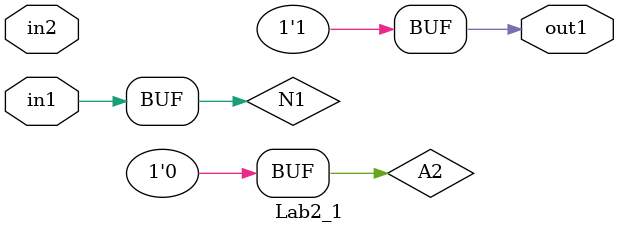
<source format=v>
/*************************************************************************** 
 ***                                                                     *** 
 *** EE 526 L Experiment #2                 Avinash Damse, Spring, 2023 *** 
 ***                                                                     *** 
 *** Experiment #2 title                                                 *** 
 ***                                                                     *** 
 *************************************************************************** 
 ***  Filename: Lab2_1.v         Created by Avinash Damse, 8th Feb 2023  *** 
 ***    --- revision history, if any, goes here ---                      *** 
 ***************************************************************************/ 


`timescale 1 ns / 100 ps

`define PRIMARY_OUT			5		// ns  (primary output)
`define FAN_OUT_1  			0.5		// ns  (one output fanout)
`define FAN_OUT_2  			1		// ns  (two output fanout)
`define FAN_OUT_3  			1.5		// ns  (three output fanout)
`define TIME_DELAY_1		1   	// ns  (one input gates)
`define TIME_DELAY_2		2		// ns  (two input gates)
`define TIME_DELAY_3		4		// ns  (three input gates)
`define TIME_DELAY_4		5		// ns  (four input gates)


module Lab2_1  (in1,in2,out1);
		input in1,in2;     //inputs
		output out1;       //output
		
		wire NT ,A1 ,A2 ,N1;     //connections
		
		not  #( `TIME_DELAY_1 + `FAN_OUT_3)		NOT(NT ,in1);         //NOT operation to input in1  
		and  #( `TIME_DELAY_2 + `FAN_OUT_1)		AND1(A1 ,in2 ,in1);   //AND operation between in1 and in2
		and  #( `TIME_DELAY_2 + `FAN_OUT_2)		AND2(A2 ,in1 ,NT);    //AND operation between in1 and NT
		nor  #( `TIME_DELAY_2 + `FAN_OUT_1)     NOR(N1 ,A2 ,NT);      //NOR operation between A2 and NT
		nand  #( `TIME_DELAY_4 + `PRIMARY_OUT)		NAND1(out1 ,NT ,A1 ,A2 ,N1);    //NAND operation between NT, N1, A1 and A2
		
endmodule



</source>
